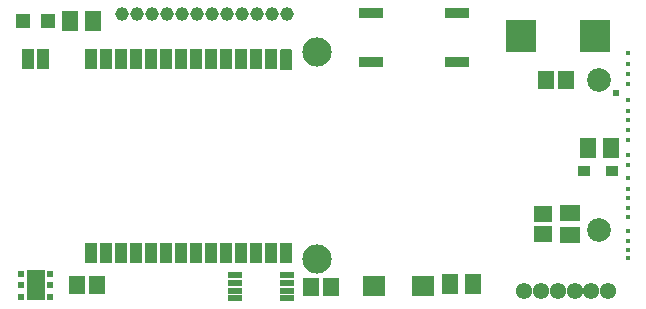
<source format=gbr>
G04 EAGLE Gerber RS-274X export*
G75*
%MOMM*%
%FSLAX34Y34*%
%LPD*%
%INSoldermask Top*%
%IPPOS*%
%AMOC8*
5,1,8,0,0,1.08239X$1,22.5*%
G01*
%ADD10C,0.411763*%
%ADD11R,1.051763X1.711763*%
%ADD12C,0.147244*%
%ADD13C,2.016763*%
%ADD14C,2.481763*%
%ADD15R,0.611762X0.611762*%
%ADD16R,1.561763X2.511763*%
%ADD17R,2.661763X2.811762*%
%ADD18R,1.111762X0.911763*%
%ADD19R,1.411763X1.711763*%
%ADD20R,1.711763X1.411763*%
%ADD21R,1.611762X1.411763*%
%ADD22R,0.619762X0.619762*%
%ADD23R,1.911763X1.811763*%
%ADD24R,1.311763X1.311763*%
%ADD25R,1.411763X1.611762*%
%ADD26C,1.381763*%
%ADD27C,1.161763*%
%ADD28R,2.111763X0.911763*%
%ADD29R,1.311763X0.561763*%


D10*
X531000Y50000D03*
X531000Y57000D03*
X531000Y65000D03*
X531000Y73000D03*
X531000Y85000D03*
X531000Y93000D03*
X531000Y101000D03*
X531000Y109000D03*
X531000Y118000D03*
X531000Y129000D03*
X531000Y138000D03*
X531000Y150000D03*
X531000Y159000D03*
X531000Y167000D03*
X531000Y175000D03*
X531000Y184000D03*
X531000Y198000D03*
X531000Y206000D03*
X531000Y215000D03*
X531000Y224000D03*
D11*
X241166Y54407D03*
X228466Y54407D03*
X215766Y54407D03*
X203066Y54407D03*
X190366Y54407D03*
X177666Y54407D03*
X164966Y54407D03*
X152266Y54407D03*
X139566Y54407D03*
X126866Y54407D03*
X114166Y54407D03*
X101466Y54407D03*
X88766Y54407D03*
D12*
X245689Y210774D02*
X245689Y226420D01*
X245689Y210774D02*
X236643Y210774D01*
X236643Y226420D01*
X245689Y226420D01*
X245689Y212172D02*
X236643Y212172D01*
X236643Y213570D02*
X245689Y213570D01*
X245689Y214968D02*
X236643Y214968D01*
X236643Y216366D02*
X245689Y216366D01*
X245689Y217764D02*
X236643Y217764D01*
X236643Y219162D02*
X245689Y219162D01*
X245689Y220560D02*
X236643Y220560D01*
X236643Y221958D02*
X245689Y221958D01*
X245689Y223356D02*
X236643Y223356D01*
X236643Y224754D02*
X245689Y224754D01*
X245689Y226152D02*
X236643Y226152D01*
D11*
X228466Y218597D03*
X215766Y218597D03*
X203066Y218597D03*
X190366Y218597D03*
X177666Y218597D03*
X164966Y218597D03*
X152266Y218597D03*
X139566Y218597D03*
X126866Y218597D03*
X114166Y218597D03*
X101466Y218597D03*
X88766Y218597D03*
X35166Y218597D03*
X22466Y218597D03*
X76066Y54407D03*
X76066Y218597D03*
D13*
X506000Y201000D03*
X506000Y74000D03*
D14*
X267500Y49850D03*
X267500Y225150D03*
D15*
X16500Y37250D03*
X16500Y27250D03*
X16500Y17250D03*
X41500Y37250D03*
X41500Y27250D03*
X41500Y17250D03*
D16*
X29127Y27266D03*
D17*
X439600Y238000D03*
X503000Y238000D03*
D18*
X516750Y123750D03*
X493750Y123750D03*
D19*
X497000Y143750D03*
X516000Y143750D03*
D20*
X481500Y69750D03*
X481500Y88750D03*
D21*
X459000Y87750D03*
X459000Y70750D03*
D22*
X517750Y143750D03*
X520500Y190250D03*
D23*
X315750Y27000D03*
X356750Y27000D03*
D19*
X399250Y28000D03*
X380250Y28000D03*
X77250Y251250D03*
X58250Y251250D03*
D24*
X39500Y251250D03*
X18500Y251250D03*
D25*
X64250Y27500D03*
X81250Y27500D03*
D26*
X456700Y22400D03*
X471050Y22450D03*
X485350Y22300D03*
X499600Y22450D03*
X514000Y22500D03*
X442150Y22500D03*
D27*
X190700Y257000D03*
X203400Y257000D03*
X216100Y257000D03*
X228800Y257000D03*
X241500Y257000D03*
X178000Y257000D03*
X165300Y257000D03*
X152600Y257000D03*
X139900Y257000D03*
X127200Y257000D03*
X114500Y257000D03*
X101800Y257000D03*
D25*
X478500Y201000D03*
X461500Y201000D03*
D28*
X386000Y216000D03*
X386000Y258000D03*
X313000Y216000D03*
X313000Y258000D03*
D29*
X198250Y35750D03*
X198250Y29250D03*
X198250Y22750D03*
X198250Y16250D03*
X241750Y16250D03*
X241750Y22750D03*
X241750Y29250D03*
X241750Y35750D03*
D25*
X262500Y26000D03*
X279500Y26000D03*
M02*

</source>
